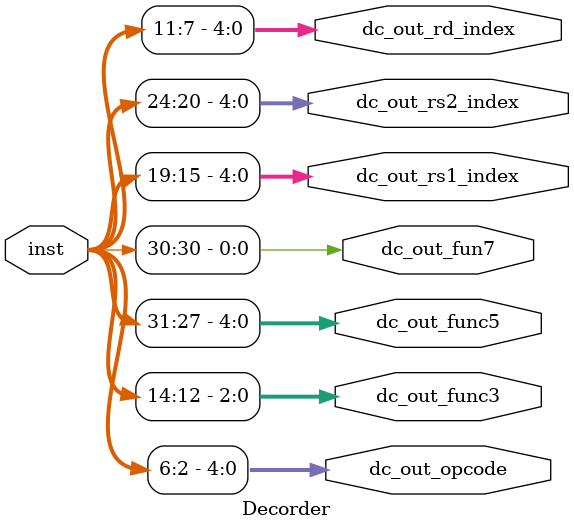
<source format=v>
module Decorder(
	input[31:0] inst,
	output reg[4:0] dc_out_opcode,
	output reg[2:0] dc_out_func3,
            output reg[4:0] dc_out_func5,//new ir[31:27]
	output reg  dc_out_fun7,
	output reg[4:0] dc_out_rs1_index,
	output reg[4:0] dc_out_rs2_index,
	output reg[4:0] dc_out_rd_index
	);

always@(*)
begin
dc_out_opcode[4:0] = inst[6:2];
dc_out_rd_index[4:0] = inst[11:7];
dc_out_func3[2:0] = inst[14:12];
dc_out_rs1_index[4:0] = inst[19:15];
dc_out_rs2_index[4:0] = inst[24:20];
dc_out_fun7 = inst[30];
//new
dc_out_func5[4:0] = inst[31:27];
//
end

endmodule

</source>
